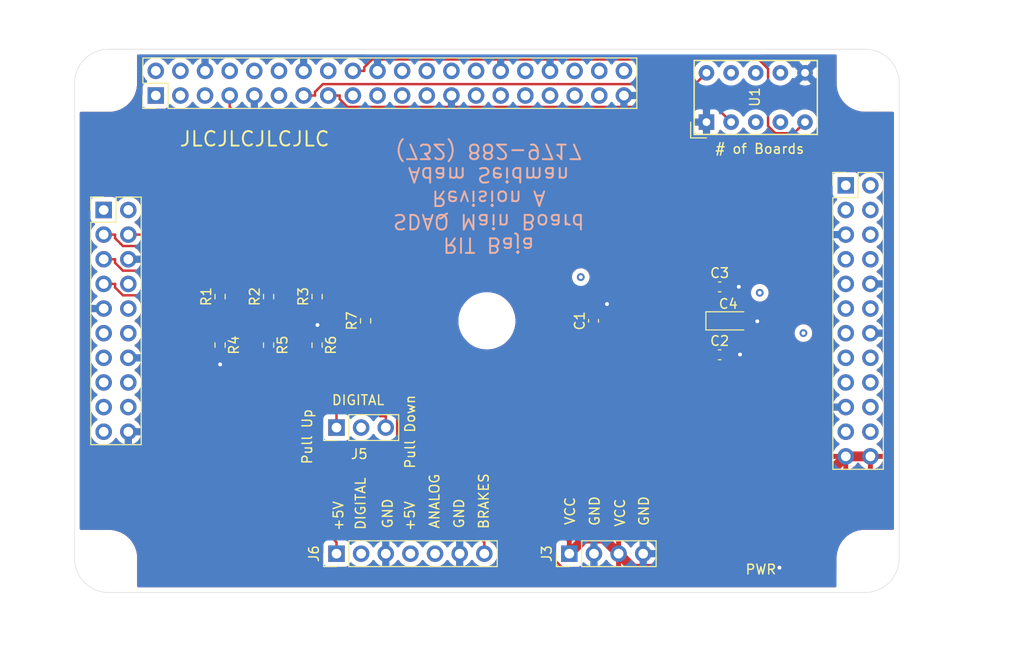
<source format=kicad_pcb>
(kicad_pcb (version 20171130) (host pcbnew "(5.1.9)-1")
  (layers (0 F.Cu signal) (1 In1.Cu signal) (2 In2.Cu signal) (31 B.Cu signal) (34 B.Paste user) (35 F.Paste user) (36 B.SilkS user) (37 F.SilkS user) (38 B.Mask user) (39 F.Mask user) (44 Edge.Cuts user))
  (net 0 "")
  (net 1 /vcc)
  (net 2 /gnd)
  (net 3 /5v)
  (net 4 "Net-(D1-Pad2)")
  (net 5 /3v3)
  (net 6 /sda2)
  (net 7 /scl2)
  (net 8 /gpio1)
  (net 9 /uart_tx)
  (net 10 /uart_rx)
  (net 11 /spi2_ce1)
  (net 12 /spi2_ce0)
  (net 13 /gpio11)
  (net 14 /gpio6)
  (net 15 /gpio7)
  (net 16 /gpio8)
  (net 17 /mosi)
  (net 18 /miso)
  (net 19 /gpio9)
  (net 20 /sclk)
  (net 21 /spi_ce0)
  (net 22 /spi_ce1)
  (net 23 /sda)
  (net 24 /scl)
  (net 25 /analog_in)
  (net 26 /dig_in)
  (net 27 /gpio4)
  (net 28 /gpio5)
  (net 29 /miso2_pwm)
  (net 30 /reset)
  (net 31 /gpio10)
  (net 32 /miso2)
  (net 33 /sclk2)
  (net 34 "Net-(J2-Pad21)")
  (net 35 /brakes)
  (net 36 "Net-(J5-Pad1)")
  (net 37 "Net-(J5-Pad3)")
  (module "Custom Footprints:LED_0805_2012Metric" (layer F.Cu) (at 235 123.5)
    (fp_text reference D1)
    (fp_text value LED)
    (pad 2 smd roundrect (at 0.9375 0) (size 0.975 1.4) (layers F.Cu F.Paste F.Mask) (net 4 "Net-(D1-Pad2)"))
    (pad 1 smd roundrect (at -0.9375 0) (size 0.975 1.4) (layers F.Cu F.Paste F.Mask) (net 2 /gnd))
  )
  (module Capacitor_SMD:C_0603_1608Metric (layer F.Cu) (at 213.5 98 90)
    (fp_text reference C1 (at 0 -1.43 90) (layer F.SilkS))
    (fp_text value 0.1uF)
    (fp_line (start -0.14058 -0.51) (end 0.14058 -0.51) (layer F.SilkS) (width 0.12))
    (fp_line (start -0.14058 0.51) (end 0.14058 0.51) (layer F.SilkS) (width 0.12))
    (pad 1 smd roundrect (at -0.775 0 90) (size 0.9 0.95) (layers F.Cu F.Paste F.Mask) (net 1 /vcc))
    (pad 2 smd roundrect (at 0.775 0 90) (size 0.9 0.95) (layers F.Cu F.Paste F.Mask) (net 2 /gnd))
  )
  (module Capacitor_SMD:C_0603_1608Metric (layer F.Cu) (at 226.5 101.5)
    (fp_text reference C2 (at 0 -1.43) (layer F.SilkS))
    (fp_text value 1uF)
    (fp_line (start -0.14058 0.51) (end 0.14058 0.51) (layer F.SilkS) (width 0.12))
    (fp_line (start -0.14058 -0.51) (end 0.14058 -0.51) (layer F.SilkS) (width 0.12))
    (pad 2 smd roundrect (at 0.775 0) (size 0.9 0.95) (layers F.Cu F.Paste F.Mask) (net 2 /gnd))
    (pad 1 smd roundrect (at -0.775 0) (size 0.9 0.95) (layers F.Cu F.Paste F.Mask) (net 3 /5v))
  )
  (module Capacitor_SMD:C_0603_1608Metric (layer F.Cu) (at 226.5 94.5)
    (fp_text reference C3 (at 0 -1.43) (layer F.SilkS))
    (fp_text value 1uF_cpu)
    (fp_line (start -0.14058 -0.51) (end 0.14058 -0.51) (layer F.SilkS) (width 0.12))
    (fp_line (start -0.14058 0.51) (end 0.14058 0.51) (layer F.SilkS) (width 0.12))
    (pad 1 smd roundrect (at -0.775 0) (size 0.9 0.95) (layers F.Cu F.Paste F.Mask) (net 3 /5v))
    (pad 2 smd roundrect (at 0.775 0) (size 0.9 0.95) (layers F.Cu F.Paste F.Mask) (net 2 /gnd))
  )
  (module Capacitor_Tantalum_SMD:CP_EIA-3216-18_Kemet-A (layer F.Cu) (at 227.39 98)
    (fp_text reference C4 (at 0 -1.75) (layer F.SilkS))
    (fp_text value 4.7uF_16V_cpu)
    (fp_line (start 1.6 -0.935) (end -2.31 -0.935) (layer F.SilkS) (width 0.12))
    (fp_line (start -2.31 -0.935) (end -2.31 0.935) (layer F.SilkS) (width 0.12))
    (fp_line (start -2.31 0.935) (end 1.6 0.935) (layer F.SilkS) (width 0.12))
    (pad 1 smd roundrect (at -1.35 0) (size 1.4 1.35) (layers F.Cu F.Paste F.Mask) (roundrect_rratio 0.1851844444444445) (net 3 /5v))
    (pad 2 smd roundrect (at 1.35 0) (size 1.4 1.35) (layers F.Cu F.Paste F.Mask) (roundrect_rratio 0.1851844444444445) (net 2 /gnd))
  )
  (module MountingHole:MountingHole_2.7mm_M2.5 (layer F.Cu) (at 241.5 73.5)
    (fp_text reference H1)
    (fp_text value MH1)
    (pad 1 np_thru_hole circle (at 0 0) (size 2.7 2.7) (drill 2.7) (layers *.Cu *.Mask))
  )
  (module MountingHole:MountingHole_2.7mm_M2.5 (layer F.Cu) (at 163.5 122.5)
    (fp_text reference H2)
    (fp_text value MH2)
    (pad 1 np_thru_hole circle (at 0 0) (size 2.7 2.7) (drill 2.7) (layers *.Cu *.Mask))
  )
  (module MountingHole:MountingHole_2.7mm_M2.5 (layer F.Cu) (at 163.5 73.5)
    (fp_text reference H3)
    (fp_text value MH3)
    (pad 1 np_thru_hole circle (at 0 0) (size 2.7 2.7) (drill 2.7) (layers *.Cu *.Mask))
  )
  (module MountingHole:MountingHole_2.7mm_M2.5 (layer F.Cu) (at 241.5 122.5)
    (fp_text reference H4)
    (fp_text value MH4)
    (pad 1 np_thru_hole circle (at 0 0) (size 2.7 2.7) (drill 2.7) (layers *.Cu *.Mask))
  )
  (module MountingHole:MountingHole_2.7mm_M2.5 (layer F.Cu) (at 202.5 98)
    (fp_text reference H5)
    (fp_text value MH_c)
    (pad 1 np_thru_hole circle (at 0 0) (size 2.7 2.7) (drill 2.7) (layers *.Cu *.Mask))
  )
  (module Connector_PinHeader_2.54mm:PinHeader_2x10_P2.54mm_Vertical (layer F.Cu) (at 163 86.57)
    (fp_text reference J1)
    (fp_text value Conn_02x10_Counter_Clockwise)
    (fp_line (start -1.33 24.19) (end 3.87 24.19) (layer F.SilkS) (width 0.12))
    (fp_line (start -1.33 1.27) (end -1.33 24.19) (layer F.SilkS) (width 0.12))
    (fp_line (start 3.87 -1.33) (end 3.87 24.19) (layer F.SilkS) (width 0.12))
    (fp_line (start -1.33 1.27) (end 1.27 1.27) (layer F.SilkS) (width 0.12))
    (fp_line (start 1.27 1.27) (end 1.27 -1.33) (layer F.SilkS) (width 0.12))
    (fp_line (start 1.27 -1.33) (end 3.87 -1.33) (layer F.SilkS) (width 0.12))
    (fp_line (start -1.33 0) (end -1.33 -1.33) (layer F.SilkS) (width 0.12))
    (fp_line (start -1.33 -1.33) (end 0 -1.33) (layer F.SilkS) (width 0.12))
    (pad 1 thru_hole rect (at 0 0) (size 1.7 1.7) (drill 1) (layers *.Cu *.Mask) (net 5 /3v3))
    (pad 2 thru_hole oval (at 2.54 0) (size 1.7 1.7) (drill 1) (layers *.Cu *.Mask) (net 3 /5v))
    (pad 3 thru_hole oval (at 0 2.54) (size 1.7 1.7) (drill 1) (layers *.Cu *.Mask) (net 6 /sda2))
    (pad 4 thru_hole oval (at 2.54 2.54) (size 1.7 1.7) (drill 1) (layers *.Cu *.Mask) (net 3 /5v))
    (pad 5 thru_hole oval (at 0 5.08) (size 1.7 1.7) (drill 1) (layers *.Cu *.Mask) (net 7 /scl2))
    (pad 6 thru_hole oval (at 2.54 5.08) (size 1.7 1.7) (drill 1) (layers *.Cu *.Mask) (net 2 /gnd))
    (pad 7 thru_hole oval (at 0 7.62) (size 1.7 1.7) (drill 1) (layers *.Cu *.Mask) (net 8 /gpio1))
    (pad 8 thru_hole oval (at 2.54 7.62) (size 1.7 1.7) (drill 1) (layers *.Cu *.Mask) (net 9 /uart_tx))
    (pad 9 thru_hole oval (at 0 10.16) (size 1.7 1.7) (drill 1) (layers *.Cu *.Mask) (net 2 /gnd))
    (pad 10 thru_hole oval (at 2.54 10.16) (size 1.7 1.7) (drill 1) (layers *.Cu *.Mask) (net 10 /uart_rx))
    (pad 11 thru_hole oval (at 0 12.7) (size 1.7 1.7) (drill 1) (layers *.Cu *.Mask) (net 11 /spi2_ce1))
    (pad 12 thru_hole oval (at 2.54 12.7) (size 1.7 1.7) (drill 1) (layers *.Cu *.Mask) (net 12 /spi2_ce0))
    (pad 13 thru_hole oval (at 0 15.24) (size 1.7 1.7) (drill 1) (layers *.Cu *.Mask) (net 13 /gpio11))
    (pad 14 thru_hole oval (at 2.54 15.24) (size 1.7 1.7) (drill 1) (layers *.Cu *.Mask) (net 2 /gnd))
    (pad 15 thru_hole oval (at 0 17.78) (size 1.7 1.7) (drill 1) (layers *.Cu *.Mask) (net 14 /gpio6))
    (pad 16 thru_hole oval (at 2.54 17.78) (size 1.7 1.7) (drill 1) (layers *.Cu *.Mask) (net 15 /gpio7))
    (pad 17 thru_hole oval (at 0 20.32) (size 1.7 1.7) (drill 1) (layers *.Cu *.Mask) (net 5 /3v3))
    (pad 18 thru_hole oval (at 2.54 20.32) (size 1.7 1.7) (drill 1) (layers *.Cu *.Mask) (net 16 /gpio8))
    (pad 19 thru_hole oval (at 0 22.86) (size 1.7 1.7) (drill 1) (layers *.Cu *.Mask) (net 17 /mosi))
    (pad 20 thru_hole oval (at 2.54 22.86) (size 1.7 1.7) (drill 1) (layers *.Cu *.Mask) (net 2 /gnd))
  )
  (module Connector_PinHeader_2.54mm:PinHeader_2x12_P2.54mm_Vertical (layer F.Cu) (at 239.5 84.03)
    (fp_text reference J2)
    (fp_text value Conn_02x12_Counter_Clockwise)
    (fp_line (start -1.33 29.27) (end 3.87 29.27) (layer F.SilkS) (width 0.12))
    (fp_line (start -1.33 1.27) (end -1.33 29.27) (layer F.SilkS) (width 0.12))
    (fp_line (start 3.87 -1.33) (end 3.87 29.27) (layer F.SilkS) (width 0.12))
    (fp_line (start -1.33 1.27) (end 1.27 1.27) (layer F.SilkS) (width 0.12))
    (fp_line (start 1.27 1.27) (end 1.27 -1.33) (layer F.SilkS) (width 0.12))
    (fp_line (start 1.27 -1.33) (end 3.87 -1.33) (layer F.SilkS) (width 0.12))
    (fp_line (start -1.33 0) (end -1.33 -1.33) (layer F.SilkS) (width 0.12))
    (fp_line (start -1.33 -1.33) (end 0 -1.33) (layer F.SilkS) (width 0.12))
    (pad 1 thru_hole rect (at 0 0) (size 1.7 1.7) (drill 1) (layers *.Cu *.Mask) (net 18 /miso))
    (pad 2 thru_hole oval (at 2.54 0) (size 1.7 1.7) (drill 1) (layers *.Cu *.Mask) (net 19 /gpio9))
    (pad 3 thru_hole oval (at 0 2.54) (size 1.7 1.7) (drill 1) (layers *.Cu *.Mask) (net 20 /sclk))
    (pad 4 thru_hole oval (at 2.54 2.54) (size 1.7 1.7) (drill 1) (layers *.Cu *.Mask) (net 21 /spi_ce0))
    (pad 5 thru_hole oval (at 0 5.08) (size 1.7 1.7) (drill 1) (layers *.Cu *.Mask) (net 2 /gnd))
    (pad 6 thru_hole oval (at 2.54 5.08) (size 1.7 1.7) (drill 1) (layers *.Cu *.Mask) (net 22 /spi_ce1))
    (pad 7 thru_hole oval (at 0 7.62) (size 1.7 1.7) (drill 1) (layers *.Cu *.Mask) (net 23 /sda))
    (pad 8 thru_hole oval (at 2.54 7.62) (size 1.7 1.7) (drill 1) (layers *.Cu *.Mask) (net 24 /scl))
    (pad 9 thru_hole oval (at 0 10.16) (size 1.7 1.7) (drill 1) (layers *.Cu *.Mask) (net 25 /analog_in))
    (pad 10 thru_hole oval (at 2.54 10.16) (size 1.7 1.7) (drill 1) (layers *.Cu *.Mask) (net 2 /gnd))
    (pad 11 thru_hole oval (at 0 12.7) (size 1.7 1.7) (drill 1) (layers *.Cu *.Mask) (net 26 /dig_in))
    (pad 12 thru_hole oval (at 2.54 12.7) (size 1.7 1.7) (drill 1) (layers *.Cu *.Mask) (net 27 /gpio4))
    (pad 13 thru_hole oval (at 0 15.24) (size 1.7 1.7) (drill 1) (layers *.Cu *.Mask) (net 28 /gpio5))
    (pad 14 thru_hole oval (at 2.54 15.24) (size 1.7 1.7) (drill 1) (layers *.Cu *.Mask) (net 2 /gnd))
    (pad 15 thru_hole oval (at 0 17.78) (size 1.7 1.7) (drill 1) (layers *.Cu *.Mask) (net 29 /miso2_pwm))
    (pad 16 thru_hole oval (at 2.54 17.78) (size 1.7 1.7) (drill 1) (layers *.Cu *.Mask) (net 30 /reset))
    (pad 17 thru_hole oval (at 0 20.32) (size 1.7 1.7) (drill 1) (layers *.Cu *.Mask) (net 31 /gpio10))
    (pad 18 thru_hole oval (at 2.54 20.32) (size 1.7 1.7) (drill 1) (layers *.Cu *.Mask) (net 32 /miso2))
    (pad 19 thru_hole oval (at 0 22.86) (size 1.7 1.7) (drill 1) (layers *.Cu *.Mask) (net 2 /gnd))
    (pad 20 thru_hole oval (at 2.54 22.86) (size 1.7 1.7) (drill 1) (layers *.Cu *.Mask) (net 33 /sclk2))
    (pad 21 thru_hole oval (at 0 25.4) (size 1.7 1.7) (drill 1) (layers *.Cu *.Mask) (net 34 "Net-(J2-Pad21)"))
    (pad 22 thru_hole oval (at 2.54 25.4) (size 1.7 1.7) (drill 1) (layers *.Cu *.Mask) (net 30 /reset))
    (pad 23 thru_hole oval (at 0 27.94) (size 1.7 1.7) (drill 1) (layers *.Cu *.Mask) (net 1 /vcc))
    (pad 24 thru_hole oval (at 2.54 27.94) (size 1.7 1.7) (drill 1) (layers *.Cu *.Mask) (net 1 /vcc))
  )
  (module Connector_PinHeader_2.54mm:PinHeader_1x04_P2.54mm_Vertical (layer F.Cu) (at 211 122 90)
    (fp_text reference J3 (at 0 -2.33 90) (layer F.SilkS))
    (fp_text value Screw_Terminal_01x04)
    (fp_line (start -1.33 8.95) (end 1.33 8.95) (layer F.SilkS) (width 0.12))
    (fp_line (start -1.33 1.27) (end -1.33 8.95) (layer F.SilkS) (width 0.12))
    (fp_line (start 1.33 1.27) (end 1.33 8.95) (layer F.SilkS) (width 0.12))
    (fp_line (start -1.33 1.27) (end 1.33 1.27) (layer F.SilkS) (width 0.12))
    (fp_line (start -1.33 0) (end -1.33 -1.33) (layer F.SilkS) (width 0.12))
    (fp_line (start -1.33 -1.33) (end 0 -1.33) (layer F.SilkS) (width 0.12))
    (pad 1 thru_hole rect (at 0 0 90) (size 1.7 1.7) (drill 1) (layers *.Cu *.Mask) (net 1 /vcc))
    (pad 2 thru_hole oval (at 0 2.54 90) (size 1.7 1.7) (drill 1) (layers *.Cu *.Mask) (net 2 /gnd))
    (pad 3 thru_hole oval (at 0 5.08 90) (size 1.7 1.7) (drill 1) (layers *.Cu *.Mask) (net 1 /vcc))
    (pad 4 thru_hole oval (at 0 7.62 90) (size 1.7 1.7) (drill 1) (layers *.Cu *.Mask) (net 2 /gnd))
  )
  (module Connector_PinHeader_2.54mm:PinHeader_2x20_P2.54mm_Vertical (layer F.Cu) (at 168.37 74.77 90)
    (fp_text reference J4)
    (fp_text value Conn_02x20_Odd_Even)
    (fp_line (start -1.33 49.59) (end 3.87 49.59) (layer F.SilkS) (width 0.12))
    (fp_line (start -1.33 1.27) (end -1.33 49.59) (layer F.SilkS) (width 0.12))
    (fp_line (start 3.87 -1.33) (end 3.87 49.59) (layer F.SilkS) (width 0.12))
    (fp_line (start -1.33 1.27) (end 1.27 1.27) (layer F.SilkS) (width 0.12))
    (fp_line (start 1.27 1.27) (end 1.27 -1.33) (layer F.SilkS) (width 0.12))
    (fp_line (start 1.27 -1.33) (end 3.87 -1.33) (layer F.SilkS) (width 0.12))
    (fp_line (start -1.33 0) (end -1.33 -1.33) (layer F.SilkS) (width 0.12))
    (fp_line (start -1.33 -1.33) (end 0 -1.33) (layer F.SilkS) (width 0.12))
    (pad 1 thru_hole rect (at 0 0 90) (size 1.7 1.7) (drill 1) (layers *.Cu *.Mask) (net 5 /3v3))
    (pad 2 thru_hole oval (at 2.54 0 90) (size 1.7 1.7) (drill 1) (layers *.Cu *.Mask) (net 3 /5v))
    (pad 3 thru_hole oval (at 0 2.54 90) (size 1.7 1.7) (drill 1) (layers *.Cu *.Mask) (net 6 /sda2))
    (pad 4 thru_hole oval (at 2.54 2.54 90) (size 1.7 1.7) (drill 1) (layers *.Cu *.Mask) (net 3 /5v))
    (pad 5 thru_hole oval (at 0 5.08 90) (size 1.7 1.7) (drill 1) (layers *.Cu *.Mask) (net 7 /scl2))
    (pad 6 thru_hole oval (at 2.54 5.08 90) (size 1.7 1.7) (drill 1) (layers *.Cu *.Mask) (net 2 /gnd))
    (pad 7 thru_hole oval (at 0 7.62 90) (size 1.7 1.7) (drill 1) (layers *.Cu *.Mask) (net 8 /gpio1))
    (pad 8 thru_hole oval (at 2.54 7.62 90) (size 1.7 1.7) (drill 1) (layers *.Cu *.Mask) (net 9 /uart_tx))
    (pad 9 thru_hole oval (at 0 10.16 90) (size 1.7 1.7) (drill 1) (layers *.Cu *.Mask) (net 2 /gnd))
    (pad 10 thru_hole oval (at 2.54 10.16 90) (size 1.7 1.7) (drill 1) (layers *.Cu *.Mask) (net 10 /uart_rx))
    (pad 11 thru_hole oval (at 0 12.7 90) (size 1.7 1.7) (drill 1) (layers *.Cu *.Mask) (net 11 /spi2_ce1))
    (pad 12 thru_hole oval (at 2.54 12.7 90) (size 1.7 1.7) (drill 1) (layers *.Cu *.Mask) (net 12 /spi2_ce0))
    (pad 13 thru_hole oval (at 0 15.24 90) (size 1.7 1.7) (drill 1) (layers *.Cu *.Mask) (net 13 /gpio11))
    (pad 14 thru_hole oval (at 2.54 15.24 90) (size 1.7 1.7) (drill 1) (layers *.Cu *.Mask) (net 2 /gnd))
    (pad 15 thru_hole oval (at 0 17.78 90) (size 1.7 1.7) (drill 1) (layers *.Cu *.Mask) (net 14 /gpio6))
    (pad 16 thru_hole oval (at 2.54 17.78 90) (size 1.7 1.7) (drill 1) (layers *.Cu *.Mask) (net 15 /gpio7))
    (pad 17 thru_hole oval (at 0 20.32 90) (size 1.7 1.7) (drill 1) (layers *.Cu *.Mask) (net 5 /3v3))
    (pad 18 thru_hole oval (at 2.54 20.32 90) (size 1.7 1.7) (drill 1) (layers *.Cu *.Mask) (net 16 /gpio8))
    (pad 19 thru_hole oval (at 0 22.86 90) (size 1.7 1.7) (drill 1) (layers *.Cu *.Mask) (net 17 /mosi))
    (pad 20 thru_hole oval (at 2.54 22.86 90) (size 1.7 1.7) (drill 1) (layers *.Cu *.Mask) (net 2 /gnd))
    (pad 21 thru_hole oval (at 0 25.4 90) (size 1.7 1.7) (drill 1) (layers *.Cu *.Mask) (net 18 /miso))
    (pad 22 thru_hole oval (at 2.54 25.4 90) (size 1.7 1.7) (drill 1) (layers *.Cu *.Mask) (net 19 /gpio9))
    (pad 23 thru_hole oval (at 0 27.94 90) (size 1.7 1.7) (drill 1) (layers *.Cu *.Mask) (net 20 /sclk))
    (pad 24 thru_hole oval (at 2.54 27.94 90) (size 1.7 1.7) (drill 1) (layers *.Cu *.Mask) (net 21 /spi_ce0))
    (pad 25 thru_hole oval (at 0 30.48 90) (size 1.7 1.7) (drill 1) (layers *.Cu *.Mask) (net 2 /gnd))
    (pad 26 thru_hole oval (at 2.54 30.48 90) (size 1.7 1.7) (drill 1) (layers *.Cu *.Mask) (net 22 /spi_ce1))
    (pad 27 thru_hole oval (at 0 33.02 90) (size 1.7 1.7) (drill 1) (layers *.Cu *.Mask) (net 23 /sda))
    (pad 28 thru_hole oval (at 2.54 33.02 90) (size 1.7 1.7) (drill 1) (layers *.Cu *.Mask) (net 24 /scl))
    (pad 29 thru_hole oval (at 0 35.56 90) (size 1.7 1.7) (drill 1) (layers *.Cu *.Mask) (net 25 /analog_in))
    (pad 30 thru_hole oval (at 2.54 35.56 90) (size 1.7 1.7) (drill 1) (layers *.Cu *.Mask) (net 2 /gnd))
    (pad 31 thru_hole oval (at 0 38.1 90) (size 1.7 1.7) (drill 1) (layers *.Cu *.Mask) (net 26 /dig_in))
    (pad 32 thru_hole oval (at 2.54 38.1 90) (size 1.7 1.7) (drill 1) (layers *.Cu *.Mask) (net 27 /gpio4))
    (pad 33 thru_hole oval (at 0 40.64 90) (size 1.7 1.7) (drill 1) (layers *.Cu *.Mask) (net 28 /gpio5))
    (pad 34 thru_hole oval (at 2.54 40.64 90) (size 1.7 1.7) (drill 1) (layers *.Cu *.Mask) (net 2 /gnd))
    (pad 35 thru_hole oval (at 0 43.18 90) (size 1.7 1.7) (drill 1) (layers *.Cu *.Mask) (net 29 /miso2_pwm))
    (pad 36 thru_hole oval (at 2.54 43.18 90) (size 1.7 1.7) (drill 1) (layers *.Cu *.Mask) (net 30 /reset))
    (pad 37 thru_hole oval (at 0 45.72 90) (size 1.7 1.7) (drill 1) (layers *.Cu *.Mask) (net 31 /gpio10))
    (pad 38 thru_hole oval (at 2.54 45.72 90) (size 1.7 1.7) (drill 1) (layers *.Cu *.Mask) (net 32 /miso2))
    (pad 39 thru_hole oval (at 0 48.26 90) (size 1.7 1.7) (drill 1) (layers *.Cu *.Mask) (net 2 /gnd))
    (pad 40 thru_hole oval (at 2.54 48.26 90) (size 1.7 1.7) (drill 1) (layers *.Cu *.Mask) (net 33 /sclk2))
  )
  (module Connector_PinHeader_2.54mm:PinHeader_1x03_P2.54mm_Vertical (layer F.Cu) (at 187 109 90)
    (fp_text reference J5 (at -2.73 2.35 180) (layer F.SilkS))
    (fp_text value Conn_01x03_Male)
    (fp_line (start -1.33 6.41) (end 1.33 6.41) (layer F.SilkS) (width 0.12))
    (fp_line (start -1.33 1.27) (end -1.33 6.41) (layer F.SilkS) (width 0.12))
    (fp_line (start 1.33 1.27) (end 1.33 6.41) (layer F.SilkS) (width 0.12))
    (fp_line (start -1.33 1.27) (end 1.33 1.27) (layer F.SilkS) (width 0.12))
    (fp_line (start -1.33 0) (end -1.33 -1.33) (layer F.SilkS) (width 0.12))
    (fp_line (start -1.33 -1.33) (end 0 -1.33) (layer F.SilkS) (width 0.12))
    (pad 1 thru_hole rect (at 0 0 90) (size 1.7 1.7) (drill 1) (layers *.Cu *.Mask) (net 36 "Net-(J5-Pad1)"))
    (pad 2 thru_hole oval (at 0 2.54 90) (size 1.7 1.7) (drill 1) (layers *.Cu *.Mask) (net 26 /dig_in))
    (pad 3 thru_hole oval (at 0 5.08 90) (size 1.7 1.7) (drill 1) (layers *.Cu *.Mask) (net 37 "Net-(J5-Pad3)"))
  )
  (module Connector_PinHeader_2.54mm:PinHeader_1x07_P2.54mm_Vertical (layer F.Cu) (at 187 122 90)
    (fp_text reference J6 (at 0 -2.33 90) (layer F.SilkS))
    (fp_text value Screw_Terminal_01x07)
    (fp_line (start -1.33 16.57) (end 1.33 16.57) (layer F.SilkS) (width 0.12))
    (fp_line (start -1.33 1.27) (end -1.33 16.57) (layer F.SilkS) (width 0.12))
    (fp_line (start 1.33 1.27) (end 1.33 16.57) (layer F.SilkS) (width 0.12))
    (fp_line (start -1.33 1.27) (end 1.33 1.27) (layer F.SilkS) (width 0.12))
    (fp_line (start -1.33 0) (end -1.33 -1.33) (layer F.SilkS) (width 0.12))
    (fp_line (start -1.33 -1.33) (end 0 -1.33) (layer F.SilkS) (width 0.12))
    (pad 1 thru_hole rect (at 0 0 90) (size 1.7 1.7) (drill 1) (layers *.Cu *.Mask) (net 3 /5v))
    (pad 2 thru_hole oval (at 0 2.54 90) (size 1.7 1.7) (drill 1) (layers *.Cu *.Mask) (net 26 /dig_in))
    (pad 3 thru_hole oval (at 0 5.08 90) (size 1.7 1.7) (drill 1) (layers *.Cu *.Mask) (net 2 /gnd))
    (pad 4 thru_hole oval (at 0 7.62 90) (size 1.7 1.7) (drill 1) (layers *.Cu *.Mask) (net 3 /5v))
    (pad 5 thru_hole oval (at 0 10.16 90) (size 1.7 1.7) (drill 1) (layers *.Cu *.Mask) (net 25 /analog_in))
    (pad 6 thru_hole oval (at 0 12.7 90) (size 1.7 1.7) (drill 1) (layers *.Cu *.Mask) (net 2 /gnd))
    (pad 7 thru_hole oval (at 0 15.24 90) (size 1.7 1.7) (drill 1) (layers *.Cu *.Mask) (net 35 /brakes))
  )
  (module Resistor_SMD:R_0603_1608Metric (layer F.Cu) (at 175 95.5 90)
    (fp_text reference R1 (at 0 -1.43 90) (layer F.SilkS))
    (fp_text value 4.7k)
    (fp_line (start -0.237258 -0.5225) (end 0.237258 -0.5225) (layer F.SilkS) (width 0.12))
    (fp_line (start -0.237258 0.5225) (end 0.237258 0.5225) (layer F.SilkS) (width 0.12))
    (pad 1 smd roundrect (at -0.825 0 90) (size 0.8 0.95) (layers F.Cu F.Paste F.Mask) (net 3 /5v))
    (pad 2 smd roundrect (at 0.825 0 90) (size 0.8 0.95) (layers F.Cu F.Paste F.Mask) (net 6 /sda2))
  )
  (module Resistor_SMD:R_0603_1608Metric (layer F.Cu) (at 180 95.5 90)
    (fp_text reference R2 (at 0 -1.43 90) (layer F.SilkS))
    (fp_text value 4.7k)
    (fp_line (start -0.237258 0.5225) (end 0.237258 0.5225) (layer F.SilkS) (width 0.12))
    (fp_line (start -0.237258 -0.5225) (end 0.237258 -0.5225) (layer F.SilkS) (width 0.12))
    (pad 2 smd roundrect (at 0.825 0 90) (size 0.8 0.95) (layers F.Cu F.Paste F.Mask) (net 3 /5v))
    (pad 1 smd roundrect (at -0.825 0 90) (size 0.8 0.95) (layers F.Cu F.Paste F.Mask) (net 7 /scl2))
  )
  (module Resistor_SMD:R_0603_1608Metric (layer F.Cu) (at 185 95.5 90)
    (fp_text reference R3 (at 0 -1.43 90) (layer F.SilkS))
    (fp_text value R_US)
    (fp_line (start -0.237258 -0.5225) (end 0.237258 -0.5225) (layer F.SilkS) (width 0.12))
    (fp_line (start -0.237258 0.5225) (end 0.237258 0.5225) (layer F.SilkS) (width 0.12))
    (pad 1 smd roundrect (at -0.825 0 90) (size 0.8 0.95) (layers F.Cu F.Paste F.Mask) (net 35 /brakes))
    (pad 2 smd roundrect (at 0.825 0 90) (size 0.8 0.95) (layers F.Cu F.Paste F.Mask) (net 8 /gpio1))
  )
  (module Resistor_SMD:R_0603_1608Metric (layer F.Cu) (at 175 100.5 270)
    (fp_text reference R4 (at 0 -1.43 90) (layer F.SilkS))
    (fp_text value R_US)
    (fp_line (start -0.237258 0.5225) (end 0.237258 0.5225) (layer F.SilkS) (width 0.12))
    (fp_line (start -0.237258 -0.5225) (end 0.237258 -0.5225) (layer F.SilkS) (width 0.12))
    (pad 2 smd roundrect (at 0.825 0 270) (size 0.8 0.95) (layers F.Cu F.Paste F.Mask) (net 2 /gnd))
    (pad 1 smd roundrect (at -0.825 0 270) (size 0.8 0.95) (layers F.Cu F.Paste F.Mask) (net 8 /gpio1))
  )
  (module Resistor_SMD:R_0603_1608Metric (layer F.Cu) (at 180 100.5 270)
    (fp_text reference R5 (at 0 -1.43 90) (layer F.SilkS))
    (fp_text value R_US)
    (fp_line (start -0.237258 -0.5225) (end 0.237258 -0.5225) (layer F.SilkS) (width 0.12))
    (fp_line (start -0.237258 0.5225) (end 0.237258 0.5225) (layer F.SilkS) (width 0.12))
    (pad 1 smd roundrect (at -0.825 0 270) (size 0.8 0.95) (layers F.Cu F.Paste F.Mask) (net 36 "Net-(J5-Pad1)"))
    (pad 2 smd roundrect (at 0.825 0 270) (size 0.8 0.95) (layers F.Cu F.Paste F.Mask) (net 3 /5v))
  )
  (module Resistor_SMD:R_0603_1608Metric (layer F.Cu) (at 185 100.5 270)
    (fp_text reference R6 (at 0 -1.43 90) (layer F.SilkS))
    (fp_text value R_US)
    (fp_line (start -0.237258 -0.5225) (end 0.237258 -0.5225) (layer F.SilkS) (width 0.12))
    (fp_line (start -0.237258 0.5225) (end 0.237258 0.5225) (layer F.SilkS) (width 0.12))
    (pad 1 smd roundrect (at -0.825 0 270) (size 0.8 0.95) (layers F.Cu F.Paste F.Mask) (net 2 /gnd))
    (pad 2 smd roundrect (at 0.825 0 270) (size 0.8 0.95) (layers F.Cu F.Paste F.Mask) (net 37 "Net-(J5-Pad3)"))
  )
  (module Resistor_SMD:R_0603_1608Metric (layer F.Cu) (at 190 98 90)
    (fp_text reference R7 (at 0 -1.43 90) (layer F.SilkS))
    (fp_text value 350?)
    (fp_line (start -0.237258 -0.5225) (end 0.237258 -0.5225) (layer F.SilkS) (width 0.12))
    (fp_line (start -0.237258 0.5225) (end 0.237258 0.5225) (layer F.SilkS) (width 0.12))
    (pad 1 smd roundrect (at -0.825 0 90) (size 0.8 0.95) (layers F.Cu F.Paste F.Mask) (net 1 /vcc))
    (pad 2 smd roundrect (at 0.825 0 90) (size 0.8 0.95) (layers F.Cu F.Paste F.Mask) (net 4 "Net-(D1-Pad2)"))
  )
  (module Display_7Segment:HDSP-7401 (layer F.Cu) (at 225.14 77.51 90)
    (fp_text reference U1 (at 2.58 4.984 90) (layer F.SilkS))
    (fp_text value HDSP-7403)
    (fp_line (start 6.35 11.43) (end 6.35 -1.27) (layer F.SilkS) (width 0.15))
    (fp_line (start -1.27 11.43) (end 6.35 11.43) (layer F.SilkS) (width 0.15))
    (fp_line (start -1.27 -1.27) (end -1.27 11.43) (layer F.SilkS) (width 0.15))
    (fp_line (start 6.35 -1.27) (end -1.27 -1.27) (layer F.SilkS) (width 0.15))
    (fp_line (start -1.63 0) (end -1.63 -1.63) (layer F.SilkS) (width 0.12))
    (fp_line (start -1.63 -1.63) (end 0 -1.63) (layer F.SilkS) (width 0.12))
    (pad 1 thru_hole rect (at 0 0 90) (size 1.6 1.6) (drill 0.8) (layers *.Cu *.Mask) (net 2 /gnd))
    (pad 2 thru_hole circle (at 0 2.54 90) (size 1.6 1.6) (drill 0.8) (layers *.Cu *.Mask) (net 14 /gpio6))
    (pad 3 thru_hole circle (at 0 5.08 90) (size 1.6 1.6) (drill 0.8) (layers *.Cu *.Mask) (net 28 /gpio5))
    (pad 4 thru_hole circle (at 0 7.62 90) (size 1.6 1.6) (drill 0.8) (layers *.Cu *.Mask) (net 15 /gpio7))
    (pad 5 thru_hole circle (at 0 10.16 90) (size 1.6 1.6) (drill 0.8) (layers *.Cu *.Mask) (net 16 /gpio8))
    (pad 6 thru_hole circle (at 5.08 10.16 90) (size 1.6 1.6) (drill 0.8) (layers *.Cu *.Mask) (net 2 /gnd))
    (pad 7 thru_hole circle (at 5.08 7.62 90) (size 1.6 1.6) (drill 0.8) (layers *.Cu *.Mask) (net 27 /gpio4))
    (pad 8 thru_hole circle (at 5.08 5.08 90) (size 1.6 1.6) (drill 0.8) (layers *.Cu *.Mask) (net 19 /gpio9))
    (pad 9 thru_hole circle (at 5.08 2.54 90) (size 1.6 1.6) (drill 0.8) (layers *.Cu *.Mask) (net 31 /gpio10))
    (pad 10 thru_hole circle (at 5.08 0 90) (size 1.6 1.6) (drill 0.8) (layers *.Cu *.Mask) (net 13 /gpio11))
  )
  (module LM1117IMPX-5:SOT230P700X180-4N (layer F.Cu) (at 219.74 98)
    (fp_text reference VR1 hide)
    (fp_text value LM1117IMPX-5.0 hide)
    (pad 1 smd rect (at -3.085 -2.3) (size 1.84 0.93) (layers F.Cu F.Paste F.Mask) (net 2 /gnd))
    (pad 2 smd rect (at -3.085 0) (size 1.84 0.93) (layers F.Cu F.Paste F.Mask) (net 3 /5v))
    (pad 3 smd rect (at -3.085 2.3) (size 1.84 0.93) (layers F.Cu F.Paste F.Mask) (net 1 /vcc))
    (pad 4 smd rect (at 3.085 0) (size 1.84 3.19) (layers F.Cu F.Paste F.Mask) (net 3 /5v))
  )
  (gr_text "# of Boards" (at 230.632 80.264) (layer F.SilkS) (effects (font (size 1 1))))
  (gr_text DIGITAL (at 189.23 106.172) (layer F.SilkS) (effects (font (size 1 1))))
  (gr_text VCC (at 216.228 117.776 90) (layer F.SilkS) (effects (font (size 1 1))))
  (gr_text VCC (at 211.074 117.602 90) (layer F.SilkS) (effects (font (size 1 1))))
  (gr_text BRAKES (at 202.184 116.586 90) (layer F.SilkS) (effects (font (size 1 1))))
  (gr_text ANALOG (at 197.104 116.586 90) (layer F.SilkS) (effects (font (size 1 1))))
  (gr_text DIGITAL (at 189.484 116.84 90) (layer F.SilkS) (effects (font (size 1 1))))
  (gr_text GND (at 218.694 117.602 90) (layer F.SilkS) (effects (font (size 1 1))))
  (gr_text GND (at 213.614 117.602 90) (layer F.SilkS) (effects (font (size 1 1))))
  (gr_text GND (at 199.644 117.856 90) (layer F.SilkS) (effects (font (size 1 1))))
  (gr_text GND (at 192.278 117.856 90) (layer F.SilkS) (effects (font (size 1 1))))
  (gr_text +5V (at 194.564 118.11 90) (layer F.SilkS) (effects (font (size 1 1))))
  (gr_text +5V (at 187.198 118.11 90) (layer F.SilkS) (effects (font (size 1 1))))
  (gr_text JLCJLCJLCJLC (at 178.562 79.248) (layer F.SilkS) (effects (font (size 1.5 1.5) (thickness 0.2))))
  (gr_text "RIT Baja\nSDAQ Main Board\nRevision A\nAdam Seidman\n(732) 882-9717" (at 202.692 85.344 180) (layer B.SilkS) (effects (font (size 1.5 1.5) (thickness 0.2)) (justify mirror)))
  (gr_arc (start 163.5 73.5) (end 163.5 70) (angle -90) (layer Edge.Cuts) (width 0.05))
  (gr_arc (start 163.5 122.5) (end 160 122.5) (angle -90) (layer Edge.Cuts) (width 0.05))
  (gr_arc (start 241.5 122.5) (end 245 122.5) (angle 90) (layer Edge.Cuts) (width 0.05))
  (gr_arc (start 241.5 73.5) (end 241.5 70) (angle 90) (layer Edge.Cuts) (width 0.05))
  (gr_text PWR (at 230.75 123.63) (layer F.SilkS) (effects (font (size 1 1))))
  (gr_text "Pull Down" (at 194.59 109.436 90) (layer F.SilkS) (effects (font (size 1 1))))
  (gr_text "Pull Up" (at 183.98 109.936 90) (layer F.SilkS) (effects (font (size 1 1))))
  (gr_line (start 160 122.5) (end 160 73.5) (layer Edge.Cuts) (width 0.05))
  (gr_line (start 163.5 126) (end 241.5 126) (layer Edge.Cuts) (width 0.05))
  (gr_line (start 245 73.5) (end 245 122.5) (layer Edge.Cuts) (width 0.05))
  (gr_line (start 163.5 70) (end 241.5 70) (layer Edge.Cuts) (width 0.05))
  (segment (start 216.655 100.3) (end 215.025 100.3) (width 1.016) (layer F.Cu) (net 1))
  (segment (start 215.025 100.3) (end 213.5 98.775) (width 1.016) (layer F.Cu) (net 1))
  (segment (start 242.04 111.97) (end 239.5 111.97) (width 1.016) (layer F.Cu) (net 1))
  (segment (start 216.08 122) (end 217.638 123.558) (width 1.016) (layer F.Cu) (net 1))
  (segment (start 217.638 123.558) (end 227.912 123.558) (width 1.016) (layer F.Cu) (net 1))
  (segment (start 227.912 123.558) (end 239.5 111.97) (width 1.016) (layer F.Cu) (net 1))
  (segment (start 211 122) (end 212.558 120.442) (width 1.016) (layer F.Cu) (net 1))
  (segment (start 212.558 120.442) (end 214.522 120.442) (width 1.016) (layer F.Cu) (net 1))
  (segment (start 214.522 120.442) (end 216.08 122) (width 1.016) (layer F.Cu) (net 1))
  (segment (start 234.034 123.472) (end 234.0345 123.472) (width 0.25) (layer F.Cu) (net 2))
  (segment (start 234.0345 123.472) (end 234.0625 123.5) (width 0.25) (layer F.Cu) (net 2))
  (segment (start 234.034 123.472) (end 234.062 123.5) (width 1.016) (layer F.Cu) (net 2))
  (segment (start 232.664 123.444) (end 234.006 123.444) (width 1.016) (layer F.Cu) (net 2))
  (segment (start 234.006 123.444) (end 234.034 123.472) (width 1.016) (layer F.Cu) (net 2))
  (segment (start 175.006 102.489) (end 175.006 101.331) (width 1.016) (layer F.Cu) (net 2))
  (segment (start 175.006 101.331) (end 175 101.325) (width 1.016) (layer F.Cu) (net 2))
  (segment (start 185 99.675) (end 185 98.464) (width 1.016) (layer F.Cu) (net 2))
  (segment (start 185 98.464) (end 185.039 98.425) (width 1.016) (layer F.Cu) (net 2))
  (segment (start 213.5 97.225) (end 213.925 97.225) (width 1.016) (layer F.Cu) (net 2))
  (segment (start 213.925 97.225) (end 214.884 96.266) (width 1.016) (layer F.Cu) (net 2))
  (segment (start 214.884 96.266) (end 216.089 96.266) (width 1.016) (layer F.Cu) (net 2))
  (segment (start 216.089 96.266) (end 216.655 95.7) (width 1.016) (layer F.Cu) (net 2))
  (segment (start 228.473 94.488) (end 227.287 94.488) (width 1.016) (layer F.Cu) (net 2))
  (segment (start 227.287 94.488) (end 227.275 94.5) (width 1.016) (layer F.Cu) (net 2))
  (segment (start 227.275 101.5) (end 228.573 101.5) (width 1.016) (layer F.Cu) (net 2))
  (segment (start 228.573 101.5) (end 228.6 101.473) (width 1.016) (layer F.Cu) (net 2))
  (segment (start 230.378 98.044) (end 228.784 98.044) (width 1.016) (layer F.Cu) (net 2))
  (segment (start 228.784 98.044) (end 228.74 98) (width 1.016) (layer F.Cu) (net 2))
  (via (at 175.006 102.489) (size 0.8) (layers F.Cu B.Cu) (net 2))
  (via (at 185.039 98.425) (size 0.8) (layers F.Cu B.Cu) (net 2))
  (via (at 214.884 96.266) (size 0.8) (layers F.Cu B.Cu) (net 2))
  (via (at 228.473 94.488) (size 0.8) (layers F.Cu B.Cu) (net 2))
  (via (at 228.6 101.473) (size 0.8) (layers F.Cu B.Cu) (net 2))
  (via (at 230.378 98.044) (size 0.8) (layers F.Cu B.Cu) (net 2))
  (via (at 232.664 123.444) (size 0.8) (layers F.Cu B.Cu) (net 2))
  (segment (start 180.8476 95.4159) (end 180.7409 95.4159) (width 0.25) (layer F.Cu) (net 3))
  (segment (start 180.7409 95.4159) (end 180 94.675) (width 0.25) (layer F.Cu) (net 3))
  (segment (start 218.0204 97.8799) (end 218.0204 95.1695) (width 0.25) (layer F.Cu) (net 3))
  (segment (start 218.0204 95.1695) (end 217.5603 94.7094) (width 0.25) (layer F.Cu) (net 3))
  (segment (start 217.5603 94.7094) (end 190.6537 94.7094) (width 0.25) (layer F.Cu) (net 3))
  (segment (start 190.6537 94.7094) (end 189.9472 95.4159) (width 0.25) (layer F.Cu) (net 3))
  (segment (start 189.9472 95.4159) (end 180.8476 95.4159) (width 0.25) (layer F.Cu) (net 3))
  (segment (start 180.8476 95.4159) (end 180.8476 97.0683) (width 0.25) (layer F.Cu) (net 3))
  (segment (start 180.8476 97.0683) (end 179.1917 98.7242) (width 0.25) (layer F.Cu) (net 3))
  (segment (start 179.1917 98.7242) (end 179.1917 100.5167) (width 0.25) (layer F.Cu) (net 3))
  (segment (start 179.1917 100.5167) (end 180 101.325) (width 0.25) (layer F.Cu) (net 3))
  (segment (start 179.1917 98.7242) (end 177.3992 98.7242) (width 0.25) (layer F.Cu) (net 3))
  (segment (start 177.3992 98.7242) (end 175 96.325) (width 0.25) (layer F.Cu) (net 3))
  (segment (start 218.0204 97.8799) (end 217.9003 98) (width 0.25) (layer F.Cu) (net 3))
  (segment (start 222.825 97.8799) (end 218.0204 97.8799) (width 0.25) (layer F.Cu) (net 3))
  (segment (start 216.655 98) (end 217.9003 98) (width 0.25) (layer F.Cu) (net 3))
  (segment (start 222.825 97.8799) (end 222.825 97.7599) (width 0.25) (layer F.Cu) (net 3))
  (segment (start 222.825 98) (end 222.825 97.8799) (width 0.25) (layer F.Cu) (net 3))
  (segment (start 187 120.8247) (end 180 113.8247) (width 0.25) (layer F.Cu) (net 3))
  (segment (start 180 113.8247) (end 180 101.325) (width 0.25) (layer F.Cu) (net 3))
  (segment (start 225.725 97.7599) (end 225.7999 97.7599) (width 0.25) (layer F.Cu) (net 3))
  (segment (start 225.7999 97.7599) (end 226.04 98) (width 0.25) (layer F.Cu) (net 3))
  (segment (start 222.825 97.7599) (end 225.725 97.7599) (width 0.25) (layer F.Cu) (net 3))
  (segment (start 225.725 97.7599) (end 225.725 94.5) (width 0.25) (layer F.Cu) (net 3))
  (segment (start 165.54 89.11) (end 174.435 89.11) (width 0.25) (layer F.Cu) (net 3))
  (segment (start 174.435 89.11) (end 180 94.675) (width 0.25) (layer F.Cu) (net 3))
  (segment (start 187 122) (end 187 120.8247) (width 0.25) (layer F.Cu) (net 3))
  (segment (start 225.725 101.5) (end 226.04 101.185) (width 0.25) (layer F.Cu) (net 3))
  (segment (start 226.04 101.185) (end 226.04 98) (width 0.25) (layer F.Cu) (net 3))
  (segment (start 235.9375 123.5) (end 234.8996 124.5379) (width 0.25) (layer F.Cu) (net 4))
  (segment (start 234.8996 124.5379) (end 211.3774 124.5379) (width 0.25) (layer F.Cu) (net 4))
  (segment (start 211.3774 124.5379) (end 195.623 108.7835) (width 0.25) (layer F.Cu) (net 4))
  (segment (start 195.623 108.7835) (end 195.623 102.798) (width 0.25) (layer F.Cu) (net 4))
  (segment (start 195.623 102.798) (end 190 97.175) (width 0.25) (layer F.Cu) (net 4))
  (segment (start 163 89.11) (end 164.1753 89.11) (width 0.25) (layer F.Cu) (net 6))
  (segment (start 175 94.675) (end 170.6103 90.2853) (width 0.25) (layer F.Cu) (net 6))
  (segment (start 170.6103 90.2853) (end 164.9832 90.2853) (width 0.25) (layer F.Cu) (net 6))
  (segment (start 164.9832 90.2853) (end 164.1753 89.4774) (width 0.25) (layer F.Cu) (net 6))
  (segment (start 164.1753 89.4774) (end 164.1753 89.11) (width 0.25) (layer F.Cu) (net 6))
  (segment (start 163 91.65) (end 164.1753 91.65) (width 0.25) (layer F.Cu) (net 7))
  (segment (start 180 96.325) (end 179.2738 95.5988) (width 0.25) (layer F.Cu) (net 7))
  (segment (start 179.2738 95.5988) (end 173.3055 95.5988) (width 0.25) (layer F.Cu) (net 7))
  (segment (start 173.3055 95.5988) (end 170.532 92.8253) (width 0.25) (layer F.Cu) (net 7))
  (segment (start 170.532 92.8253) (end 164.9832 92.8253) (width 0.25) (layer F.Cu) (net 7))
  (segment (start 164.9832 92.8253) (end 164.1753 92.0174) (width 0.25) (layer F.Cu) (net 7))
  (segment (start 164.1753 92.0174) (end 164.1753 91.65) (width 0.25) (layer F.Cu) (net 7))
  (segment (start 163 94.19) (end 164.1753 94.19) (width 0.25) (layer F.Cu) (net 8))
  (segment (start 175 99.675) (end 170.6903 95.3653) (width 0.25) (layer F.Cu) (net 8))
  (segment (start 170.6903 95.3653) (end 164.9832 95.3653) (width 0.25) (layer F.Cu) (net 8))
  (segment (start 164.9832 95.3653) (end 164.1753 94.5574) (width 0.25) (layer F.Cu) (net 8))
  (segment (start 164.1753 94.5574) (end 164.1753 94.19) (width 0.25) (layer F.Cu) (net 8))
  (segment (start 175.99 74.77) (end 175.99 75.9453) (width 0.25) (layer F.Cu) (net 8))
  (segment (start 175.99 75.9453) (end 185 84.9553) (width 0.25) (layer F.Cu) (net 8))
  (segment (start 185 84.9553) (end 185 94.675) (width 0.25) (layer F.Cu) (net 8))
  (segment (start 183.61 74.77) (end 184.7853 74.77) (width 0.25) (layer F.Cu) (net 13))
  (segment (start 225.14 72.43) (end 223.9753 73.5947) (width 0.25) (layer F.Cu) (net 13))
  (segment (start 223.9753 73.5947) (end 185.5932 73.5947) (width 0.25) (layer F.Cu) (net 13))
  (segment (start 185.5932 73.5947) (end 184.7853 74.4026) (width 0.25) (layer F.Cu) (net 13))
  (segment (start 184.7853 74.4026) (end 184.7853 74.77) (width 0.25) (layer F.Cu) (net 13))
  (segment (start 186.15 74.77) (end 187.3253 74.77) (width 0.25) (layer F.Cu) (net 14))
  (segment (start 227.68 77.51) (end 226.1153 75.9453) (width 0.25) (layer F.Cu) (net 14))
  (segment (start 226.1153 75.9453) (end 188.1332 75.9453) (width 0.25) (layer F.Cu) (net 14))
  (segment (start 188.1332 75.9453) (end 187.3253 75.1374) (width 0.25) (layer F.Cu) (net 14))
  (segment (start 187.3253 75.1374) (end 187.3253 74.77) (width 0.25) (layer F.Cu) (net 14))
  (segment (start 188.69 72.23) (end 189.8653 72.23) (width 0.25) (layer F.Cu) (net 16))
  (segment (start 235.3 77.51) (end 234.1543 78.6557) (width 0.25) (layer F.Cu) (net 16))
  (segment (start 234.1543 78.6557) (end 232.2341 78.6557) (width 0.25) (layer F.Cu) (net 16))
  (segment (start 232.2341 78.6557) (end 231.49 77.9116) (width 0.25) (layer F.Cu) (net 16))
  (segment (start 231.49 77.9116) (end 231.49 72.0188) (width 0.25) (layer F.Cu) (net 16))
  (segment (start 231.49 72.0188) (end 230.5259 71.0547) (width 0.25) (layer F.Cu) (net 16))
  (segment (start 230.5259 71.0547) (end 190.6732 71.0547) (width 0.25) (layer F.Cu) (net 16))
  (segment (start 190.6732 71.0547) (end 189.8653 71.8626) (width 0.25) (layer F.Cu) (net 16))
  (segment (start 189.8653 71.8626) (end 189.8653 72.23) (width 0.25) (layer F.Cu) (net 16))
  (via (at 212.1828 93.4874) (size 0.8) (layers F.Cu B.Cu) (net 25))
  (via (at 230.6338 95.103) (size 0.8) (layers F.Cu B.Cu) (net 29))
  (via (at 235.1331 99.2642) (size 0.8) (layers F.Cu B.Cu) (net 32))
  (segment (start 202.24 122) (end 202.24 120.8247) (width 0.25) (layer F.Cu) (net 35))
  (segment (start 185 96.325) (end 193.2554 104.5804) (width 0.25) (layer F.Cu) (net 35))
  (segment (start 193.2554 104.5804) (end 193.2554 111.8401) (width 0.25) (layer F.Cu) (net 35))
  (segment (start 193.2554 111.8401) (end 202.24 120.8247) (width 0.25) (layer F.Cu) (net 35))
  (segment (start 187 109) (end 187 106.675) (width 0.25) (layer F.Cu) (net 36))
  (segment (start 187 106.675) (end 180 99.675) (width 0.25) (layer F.Cu) (net 36))
  (segment (start 192.08 109) (end 192.08 107.8247) (width 0.25) (layer F.Cu) (net 37))
  (segment (start 185 101.325) (end 191.4997 107.8247) (width 0.25) (layer F.Cu) (net 37))
  (segment (start 191.4997 107.8247) (end 192.08 107.8247) (width 0.25) (layer F.Cu) (net 37))
  (zone (net 2) (net_name /gnd) (layer B.Cu) (connect_pads (clearance 0.508)) (min_thickness 0.254) (fill yes (arc_segments 32) (thermal_gap 0.508) (thermal_bridge_width 0.75))
    (polygon (pts (xy 245.745 127) (xy 159.385 127) (xy 159.385 69.215) (xy 245.745 69.215)))
  )
  (zone (net 0) (net_name "") (layers F.Cu In1.Cu In2.Cu B.Cu) (connect_pads (clearance 0.508)) (min_thickness 0.254)
    (keepout (tracks not_allowed) (vias not_allowed) (copperpour not_allowed))
    (fill (arc_segments 32) (thermal_gap 0.508) (thermal_bridge_width 0.75))
    (polygon (pts (xy 246 76.45) (xy 241.51 76.44) (xy 241.39 76.44) (xy 241.23 76.43) (xy 240.99 76.4) (xy 240.86 76.37) (xy 240.67 76.32) (xy 240.52 76.27) (xy 240.33 76.2) (xy 240.21 76.15) (xy 240.03 76.05) (xy 239.87 75.96) (xy 239.75 75.87) (xy 239.64 75.79) (xy 239.58 75.74) (xy 239.52 75.68) (xy 239.45 75.62) (xy 239.33 75.5) (xy 239.22 75.38) (xy 239.18 75.33) (xy 239.13 75.25) (xy 239.06 75.15) (xy 238.97 75.01) (xy 238.84 74.78) (xy 238.78 74.64) (xy 238.74 74.54) (xy 238.7 74.42) (xy 238.65 74.29) (xy 238.63 74.17) (xy 238.61 74.08) (xy 238.6 74.01) (xy 238.58 73.9) (xy 238.56 73.76) (xy 238.56 68.89) (xy 246.42 68.89)))
  )
  (zone (net 0) (net_name "") (layers F.Cu In1.Cu In2.Cu B.Cu) (connect_pads (clearance 0.508)) (min_thickness 0.254)
    (keepout (tracks not_allowed) (vias not_allowed) (copperpour not_allowed))
    (fill (arc_segments 32) (thermal_gap 0.508) (thermal_bridge_width 0.75))
    (polygon (pts (xy 238.54 126.98) (xy 238.55 122.49) (xy 238.55 122.37) (xy 238.56 122.21) (xy 238.59 121.97) (xy 238.62 121.84) (xy 238.67 121.65) (xy 238.72 121.5) (xy 238.79 121.31) (xy 238.84 121.19) (xy 238.94 121.01) (xy 239.03 120.85) (xy 239.12 120.73) (xy 239.2 120.62) (xy 239.25 120.56) (xy 239.31 120.5) (xy 239.37 120.43) (xy 239.49 120.31) (xy 239.61 120.2) (xy 239.66 120.16) (xy 239.74 120.11) (xy 239.84 120.04) (xy 239.98 119.95) (xy 240.21 119.82) (xy 240.35 119.76) (xy 240.45 119.72) (xy 240.57 119.68) (xy 240.7 119.63) (xy 240.82 119.61) (xy 240.91 119.59) (xy 240.98 119.58) (xy 241.09 119.56) (xy 241.23 119.54) (xy 246.1 119.54) (xy 246.1 127.4)))
  )
  (zone (net 0) (net_name "") (layers F.Cu In1.Cu In2.Cu B.Cu) (connect_pads (clearance 0.508)) (min_thickness 0.254)
    (keepout (tracks not_allowed) (vias not_allowed) (copperpour not_allowed))
    (fill (arc_segments 32) (thermal_gap 0.508) (thermal_bridge_width 0.75))
    (polygon (pts (xy 159.01 119.54) (xy 163.5 119.55) (xy 163.62 119.55) (xy 163.78 119.56) (xy 164.02 119.59) (xy 164.15 119.62) (xy 164.34 119.67) (xy 164.49 119.72) (xy 164.68 119.79) (xy 164.8 119.84) (xy 164.98 119.94) (xy 165.14 120.03) (xy 165.26 120.12) (xy 165.37 120.2) (xy 165.43 120.25) (xy 165.49 120.31) (xy 165.56 120.37) (xy 165.68 120.49) (xy 165.79 120.61) (xy 165.83 120.66) (xy 165.88 120.74) (xy 165.95 120.84) (xy 166.04 120.98) (xy 166.17 121.21) (xy 166.23 121.35) (xy 166.27 121.45) (xy 166.31 121.57) (xy 166.36 121.7) (xy 166.38 121.82) (xy 166.4 121.91) (xy 166.41 121.98) (xy 166.43 122.09) (xy 166.45 122.23) (xy 166.45 127.1) (xy 158.59 127.1)))
  )
  (zone (net 0) (net_name "") (layers F.Cu In1.Cu In2.Cu B.Cu) (connect_pads (clearance 0.508)) (min_thickness 0.254)
    (keepout (tracks not_allowed) (vias not_allowed) (copperpour not_allowed))
    (fill (arc_segments 32) (thermal_gap 0.508) (thermal_bridge_width 0.75))
    (polygon (pts (xy 166.45 69.01) (xy 166.44 73.5) (xy 166.44 73.62) (xy 166.43 73.78) (xy 166.4 74.02) (xy 166.37 74.15) (xy 166.32 74.34) (xy 166.27 74.49) (xy 166.2 74.68) (xy 166.15 74.8) (xy 166.05 74.98) (xy 165.96 75.14) (xy 165.87 75.26) (xy 165.79 75.37) (xy 165.74 75.43) (xy 165.68 75.49) (xy 165.62 75.56) (xy 165.5 75.68) (xy 165.38 75.79) (xy 165.33 75.83) (xy 165.25 75.88) (xy 165.15 75.95) (xy 165.01 76.04) (xy 164.78 76.17) (xy 164.64 76.23) (xy 164.54 76.27) (xy 164.42 76.31) (xy 164.29 76.36) (xy 164.17 76.38) (xy 164.08 76.4) (xy 164.01 76.41) (xy 163.9 76.43) (xy 163.76 76.45) (xy 158.89 76.45) (xy 158.89 68.59)))
  )
  (zone (net 0) (net_name "") (layers F.Cu In1.Cu In2.Cu B.Cu) (connect_pads (clearance 0.508)) (min_thickness 0.254)
    (keepout (tracks not_allowed) (vias not_allowed) (copperpour not_allowed))
    (fill (arc_segments 32) (thermal_gap 0.508) (thermal_bridge_width 0.75))
    (polygon (pts (xy 202.9 95.075) (xy 203.15 95.125) (xy 203.45 95.2) (xy 203.65 95.275) (xy 203.875 95.375) (xy 204.35 95.7) (xy 204.55 95.875) (xy 204.725 96.075) (xy 204.85 96.225) (xy 204.975 96.4) (xy 205.125 96.65) (xy 205.2 96.825) (xy 205.325 97.175) (xy 205.4 97.45) (xy 205.425 97.6) (xy 205.45 97.85) (xy 205.45 98.225) (xy 205.425 98.45) (xy 205.35 98.8) (xy 205.275 99) (xy 205.225 99.15) (xy 205.15 99.325) (xy 205.05 99.5) (xy 204.9 99.725) (xy 204.65 100.025) (xy 204.375 100.3) (xy 204.275 100.375) (xy 204.05 100.525) (xy 203.85 100.625) (xy 203.625 100.725) (xy 203.35 100.825) (xy 203.2 100.875) (xy 202.875 100.925) (xy 202.55 100.95) (xy 202.075 100.925) (xy 201.825 100.875) (xy 201.65 100.825) (xy 201.35 100.725) (xy 201.1 100.6) (xy 200.775 100.4) (xy 200.625 100.275) (xy 200.375 100.025) (xy 200.1 99.7) (xy 200.025 99.6) (xy 199.95 99.475) (xy 199.9 99.375) (xy 199.825 99.25) (xy 199.75 99.05) (xy 199.7 98.925) (xy 199.65 98.75) (xy 199.575 98.375) (xy 199.575 97.65) (xy 199.6 97.475) (xy 199.65 97.25) (xy 199.675 97.15) (xy 199.725 97.025) (xy 199.8 96.825) (xy 199.85 96.7) (xy 199.9 96.6) (xy 200.125 96.275) (xy 200.325 96.025) (xy 200.6 95.75) (xy 200.725 95.65) (xy 201.025 95.45) (xy 201.2 95.35) (xy 201.6 95.2) (xy 201.75 95.15) (xy 201.95 95.1) (xy 202.3 95.05) (xy 202.65 95.05)))
  )
  (zone (net 1) (net_name /vcc) (layer F.Cu) (connect_pads (clearance 0.508)) (min_thickness 0.254) (fill yes (arc_segments 32) (thermal_gap 0.508) (thermal_bridge_width 0.508))
    (polygon (pts (xy 245.745 127) (xy 159.385 127) (xy 159.385 69.215) (xy 245.745 69.215)))
  )
)
</source>
